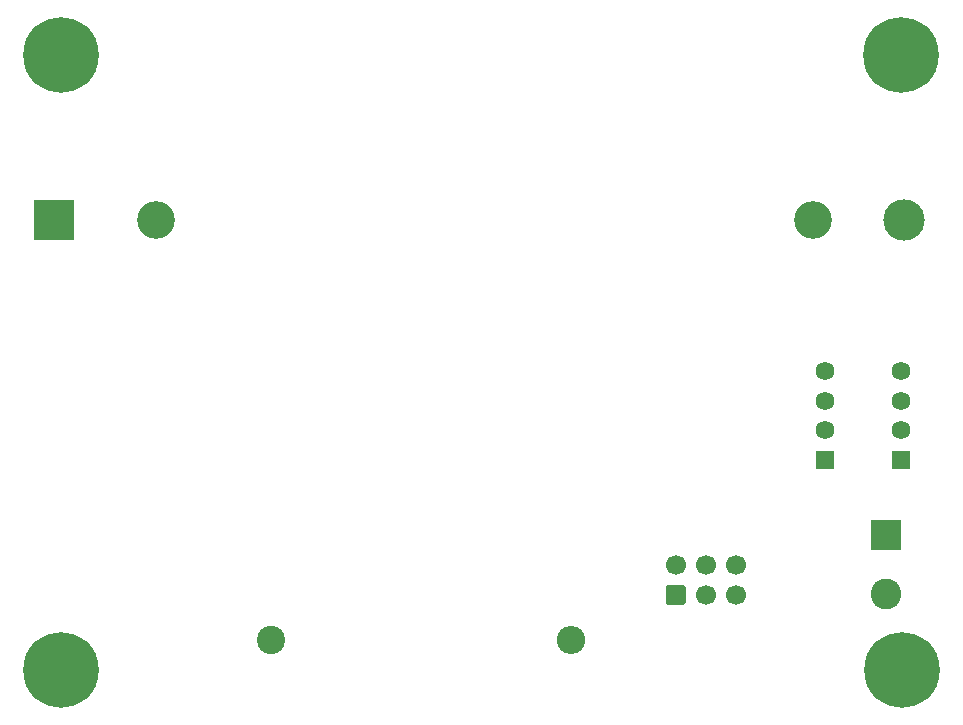
<source format=gbr>
%TF.GenerationSoftware,KiCad,Pcbnew,(5.1.8-0-10_14)*%
%TF.CreationDate,2021-01-12T16:11:11+01:00*%
%TF.ProjectId,battery_checker,62617474-6572-4795-9f63-6865636b6572,rev?*%
%TF.SameCoordinates,Original*%
%TF.FileFunction,Soldermask,Bot*%
%TF.FilePolarity,Negative*%
%FSLAX46Y46*%
G04 Gerber Fmt 4.6, Leading zero omitted, Abs format (unit mm)*
G04 Created by KiCad (PCBNEW (5.1.8-0-10_14)) date 2021-01-12 16:11:11*
%MOMM*%
%LPD*%
G01*
G04 APERTURE LIST*
%ADD10C,3.500000*%
%ADD11R,3.500000X3.500000*%
%ADD12C,3.200000*%
%ADD13R,1.590000X1.590000*%
%ADD14C,1.590000*%
%ADD15C,2.400000*%
%ADD16O,2.400000X2.400000*%
%ADD17R,2.600000X2.600000*%
%ADD18C,2.600000*%
%ADD19C,0.800000*%
%ADD20C,6.400000*%
%ADD21C,1.700000*%
G04 APERTURE END LIST*
D10*
%TO.C,BT1*%
X179365001Y-82550000D03*
D11*
X107365001Y-82550000D03*
D12*
X116010001Y-82550000D03*
X171620001Y-82550000D03*
%TD*%
D13*
%TO.C,J1*%
X172665001Y-102870000D03*
D14*
X172665001Y-100370000D03*
X172665001Y-97870000D03*
X172665001Y-95370000D03*
%TD*%
%TO.C,J2*%
X179070000Y-95370000D03*
X179070000Y-97870000D03*
X179070000Y-100370000D03*
D13*
X179070000Y-102870000D03*
%TD*%
D15*
%TO.C,R2*%
X125730000Y-118110000D03*
D16*
X151130000Y-118110000D03*
%TD*%
D17*
%TO.C,J3*%
X177800000Y-109220000D03*
D18*
X177800000Y-114220000D03*
%TD*%
D19*
%TO.C,H1*%
X109647056Y-66882944D03*
X107950000Y-66180000D03*
X106252944Y-66882944D03*
X105550000Y-68580000D03*
X106252944Y-70277056D03*
X107950000Y-70980000D03*
X109647056Y-70277056D03*
X110350000Y-68580000D03*
D20*
X107950000Y-68580000D03*
%TD*%
%TO.C,H2*%
X179070000Y-68580000D03*
D19*
X181470000Y-68580000D03*
X180767056Y-70277056D03*
X179070000Y-70980000D03*
X177372944Y-70277056D03*
X176670000Y-68580000D03*
X177372944Y-66882944D03*
X179070000Y-66180000D03*
X180767056Y-66882944D03*
%TD*%
%TO.C,H3*%
X180907056Y-118952944D03*
X179210000Y-118250000D03*
X177512944Y-118952944D03*
X176810000Y-120650000D03*
X177512944Y-122347056D03*
X179210000Y-123050000D03*
X180907056Y-122347056D03*
X181610000Y-120650000D03*
D20*
X179210000Y-120650000D03*
%TD*%
%TO.C,H4*%
X107950000Y-120650000D03*
D19*
X110350000Y-120650000D03*
X109647056Y-122347056D03*
X107950000Y-123050000D03*
X106252944Y-122347056D03*
X105550000Y-120650000D03*
X106252944Y-118952944D03*
X107950000Y-118250000D03*
X109647056Y-118952944D03*
%TD*%
%TO.C,J4*%
G36*
G01*
X160620000Y-115150000D02*
X159420000Y-115150000D01*
G75*
G02*
X159170000Y-114900000I0J250000D01*
G01*
X159170000Y-113700000D01*
G75*
G02*
X159420000Y-113450000I250000J0D01*
G01*
X160620000Y-113450000D01*
G75*
G02*
X160870000Y-113700000I0J-250000D01*
G01*
X160870000Y-114900000D01*
G75*
G02*
X160620000Y-115150000I-250000J0D01*
G01*
G37*
D21*
X162560000Y-114300000D03*
X165100000Y-114300000D03*
X160020000Y-111760000D03*
X162560000Y-111760000D03*
X165100000Y-111760000D03*
%TD*%
M02*

</source>
